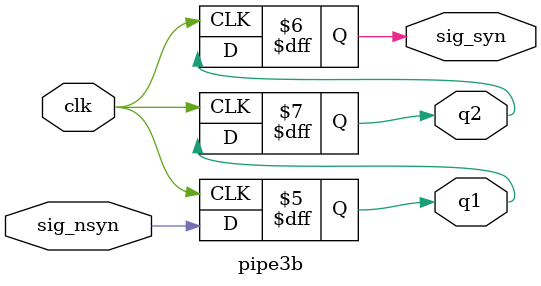
<source format=v>
`timescale 1ns / 1ps


module pipe3b(
    input sig_nsyn,
    input clk,
    output q1,
    output q2,
    output sig_syn
      );
    reg q1;
    reg q2;
    reg sig_syn;
    
    initial 
    begin
        q1=0;
        q2=0;
        sig_syn=0;
    end
    
   always@(posedge clk) q2<=q1;          //
   always@(posedge clk) sig_syn<=q2;     //
   always@(posedge clk) q1<=sig_nsyn;    // 
endmodule

</source>
